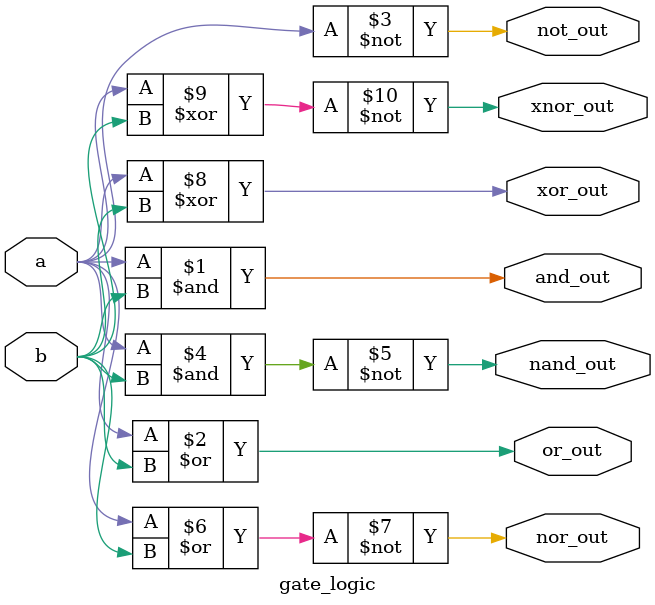
<source format=sv>
module gate_logic(a,b,and_out,or_out,not_out,nand_out,nor_out,xor_out,xnor_out);
  input a,b;
  output and_out,or_out,not_out,nand_out,nor_out,xor_out,xnor_out;
  assign and_out=a&b;
  assign or_out=a|b;
  assign not_out=~a;
  assign nand_out=~(a&b);
  assign nor_out=~(a|b);
  assign xor_out=a^b;
  assign xnor_out=~(a^b);
endmodule

</source>
